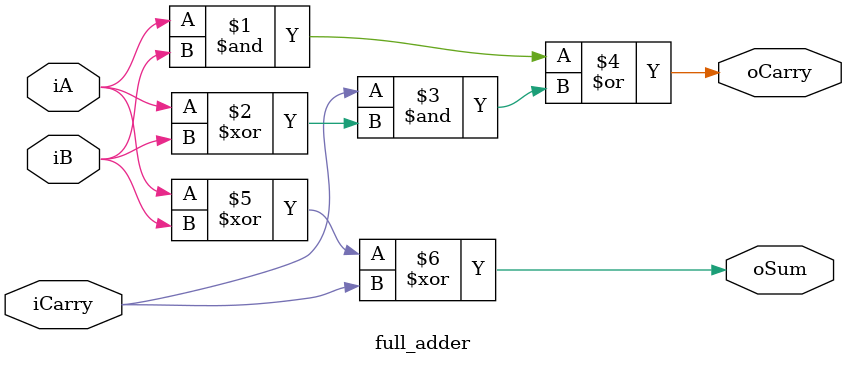
<source format=v>
`timescale 1ns / 1ps


module full_adder(
    input   wire    iA, iB, iCarry,
    output  wire    oSum, oCarry
    );
    
    assign oCarry = (iA & iB) | (iCarry & (iA ^ iB) );
    assign oSum = (iA ^ iB) ^ iCarry;
    
    
endmodule

</source>
